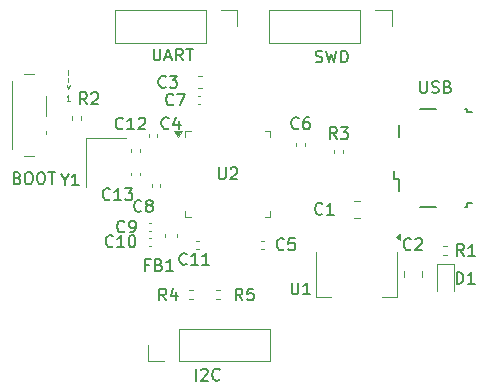
<source format=gbr>
%TF.GenerationSoftware,KiCad,Pcbnew,9.0.7*%
%TF.CreationDate,2026-02-01T18:49:21+05:30*%
%TF.ProjectId,stm32_Phils_lab,73746d33-325f-4506-9869-6c735f6c6162,rev?*%
%TF.SameCoordinates,Original*%
%TF.FileFunction,Legend,Top*%
%TF.FilePolarity,Positive*%
%FSLAX46Y46*%
G04 Gerber Fmt 4.6, Leading zero omitted, Abs format (unit mm)*
G04 Created by KiCad (PCBNEW 9.0.7) date 2026-02-01 18:49:21*
%MOMM*%
%LPD*%
G01*
G04 APERTURE LIST*
%ADD10C,0.100000*%
%ADD11C,0.200000*%
%ADD12C,0.150000*%
%ADD13C,0.120000*%
G04 APERTURE END LIST*
D10*
X83331866Y-78984836D02*
X83331866Y-79365789D01*
X83331866Y-79603884D02*
X83331866Y-79984837D01*
X83474723Y-80222932D02*
X83331866Y-80603885D01*
X83331866Y-80603885D02*
X83189009Y-80222932D01*
X83471741Y-81558609D02*
X83186027Y-81558609D01*
X83328884Y-81558609D02*
X83328884Y-81058609D01*
X83328884Y-81058609D02*
X83281265Y-81130038D01*
X83281265Y-81130038D02*
X83233646Y-81177657D01*
X83233646Y-81177657D02*
X83186027Y-81201466D01*
D11*
X113119673Y-79892219D02*
X113119673Y-80701742D01*
X113119673Y-80701742D02*
X113167292Y-80796980D01*
X113167292Y-80796980D02*
X113214911Y-80844600D01*
X113214911Y-80844600D02*
X113310149Y-80892219D01*
X113310149Y-80892219D02*
X113500625Y-80892219D01*
X113500625Y-80892219D02*
X113595863Y-80844600D01*
X113595863Y-80844600D02*
X113643482Y-80796980D01*
X113643482Y-80796980D02*
X113691101Y-80701742D01*
X113691101Y-80701742D02*
X113691101Y-79892219D01*
X114119673Y-80844600D02*
X114262530Y-80892219D01*
X114262530Y-80892219D02*
X114500625Y-80892219D01*
X114500625Y-80892219D02*
X114595863Y-80844600D01*
X114595863Y-80844600D02*
X114643482Y-80796980D01*
X114643482Y-80796980D02*
X114691101Y-80701742D01*
X114691101Y-80701742D02*
X114691101Y-80606504D01*
X114691101Y-80606504D02*
X114643482Y-80511266D01*
X114643482Y-80511266D02*
X114595863Y-80463647D01*
X114595863Y-80463647D02*
X114500625Y-80416028D01*
X114500625Y-80416028D02*
X114310149Y-80368409D01*
X114310149Y-80368409D02*
X114214911Y-80320790D01*
X114214911Y-80320790D02*
X114167292Y-80273171D01*
X114167292Y-80273171D02*
X114119673Y-80177933D01*
X114119673Y-80177933D02*
X114119673Y-80082695D01*
X114119673Y-80082695D02*
X114167292Y-79987457D01*
X114167292Y-79987457D02*
X114214911Y-79939838D01*
X114214911Y-79939838D02*
X114310149Y-79892219D01*
X114310149Y-79892219D02*
X114548244Y-79892219D01*
X114548244Y-79892219D02*
X114691101Y-79939838D01*
X115453006Y-80368409D02*
X115595863Y-80416028D01*
X115595863Y-80416028D02*
X115643482Y-80463647D01*
X115643482Y-80463647D02*
X115691101Y-80558885D01*
X115691101Y-80558885D02*
X115691101Y-80701742D01*
X115691101Y-80701742D02*
X115643482Y-80796980D01*
X115643482Y-80796980D02*
X115595863Y-80844600D01*
X115595863Y-80844600D02*
X115500625Y-80892219D01*
X115500625Y-80892219D02*
X115119673Y-80892219D01*
X115119673Y-80892219D02*
X115119673Y-79892219D01*
X115119673Y-79892219D02*
X115453006Y-79892219D01*
X115453006Y-79892219D02*
X115548244Y-79939838D01*
X115548244Y-79939838D02*
X115595863Y-79987457D01*
X115595863Y-79987457D02*
X115643482Y-80082695D01*
X115643482Y-80082695D02*
X115643482Y-80177933D01*
X115643482Y-80177933D02*
X115595863Y-80273171D01*
X115595863Y-80273171D02*
X115548244Y-80320790D01*
X115548244Y-80320790D02*
X115453006Y-80368409D01*
X115453006Y-80368409D02*
X115119673Y-80368409D01*
X94144673Y-105242219D02*
X94144673Y-104242219D01*
X94573244Y-104337457D02*
X94620863Y-104289838D01*
X94620863Y-104289838D02*
X94716101Y-104242219D01*
X94716101Y-104242219D02*
X94954196Y-104242219D01*
X94954196Y-104242219D02*
X95049434Y-104289838D01*
X95049434Y-104289838D02*
X95097053Y-104337457D01*
X95097053Y-104337457D02*
X95144672Y-104432695D01*
X95144672Y-104432695D02*
X95144672Y-104527933D01*
X95144672Y-104527933D02*
X95097053Y-104670790D01*
X95097053Y-104670790D02*
X94525625Y-105242219D01*
X94525625Y-105242219D02*
X95144672Y-105242219D01*
X96144672Y-105146980D02*
X96097053Y-105194600D01*
X96097053Y-105194600D02*
X95954196Y-105242219D01*
X95954196Y-105242219D02*
X95858958Y-105242219D01*
X95858958Y-105242219D02*
X95716101Y-105194600D01*
X95716101Y-105194600D02*
X95620863Y-105099361D01*
X95620863Y-105099361D02*
X95573244Y-105004123D01*
X95573244Y-105004123D02*
X95525625Y-104813647D01*
X95525625Y-104813647D02*
X95525625Y-104670790D01*
X95525625Y-104670790D02*
X95573244Y-104480314D01*
X95573244Y-104480314D02*
X95620863Y-104385076D01*
X95620863Y-104385076D02*
X95716101Y-104289838D01*
X95716101Y-104289838D02*
X95858958Y-104242219D01*
X95858958Y-104242219D02*
X95954196Y-104242219D01*
X95954196Y-104242219D02*
X96097053Y-104289838D01*
X96097053Y-104289838D02*
X96144672Y-104337457D01*
X79028006Y-88093409D02*
X79170863Y-88141028D01*
X79170863Y-88141028D02*
X79218482Y-88188647D01*
X79218482Y-88188647D02*
X79266101Y-88283885D01*
X79266101Y-88283885D02*
X79266101Y-88426742D01*
X79266101Y-88426742D02*
X79218482Y-88521980D01*
X79218482Y-88521980D02*
X79170863Y-88569600D01*
X79170863Y-88569600D02*
X79075625Y-88617219D01*
X79075625Y-88617219D02*
X78694673Y-88617219D01*
X78694673Y-88617219D02*
X78694673Y-87617219D01*
X78694673Y-87617219D02*
X79028006Y-87617219D01*
X79028006Y-87617219D02*
X79123244Y-87664838D01*
X79123244Y-87664838D02*
X79170863Y-87712457D01*
X79170863Y-87712457D02*
X79218482Y-87807695D01*
X79218482Y-87807695D02*
X79218482Y-87902933D01*
X79218482Y-87902933D02*
X79170863Y-87998171D01*
X79170863Y-87998171D02*
X79123244Y-88045790D01*
X79123244Y-88045790D02*
X79028006Y-88093409D01*
X79028006Y-88093409D02*
X78694673Y-88093409D01*
X79885149Y-87617219D02*
X80075625Y-87617219D01*
X80075625Y-87617219D02*
X80170863Y-87664838D01*
X80170863Y-87664838D02*
X80266101Y-87760076D01*
X80266101Y-87760076D02*
X80313720Y-87950552D01*
X80313720Y-87950552D02*
X80313720Y-88283885D01*
X80313720Y-88283885D02*
X80266101Y-88474361D01*
X80266101Y-88474361D02*
X80170863Y-88569600D01*
X80170863Y-88569600D02*
X80075625Y-88617219D01*
X80075625Y-88617219D02*
X79885149Y-88617219D01*
X79885149Y-88617219D02*
X79789911Y-88569600D01*
X79789911Y-88569600D02*
X79694673Y-88474361D01*
X79694673Y-88474361D02*
X79647054Y-88283885D01*
X79647054Y-88283885D02*
X79647054Y-87950552D01*
X79647054Y-87950552D02*
X79694673Y-87760076D01*
X79694673Y-87760076D02*
X79789911Y-87664838D01*
X79789911Y-87664838D02*
X79885149Y-87617219D01*
X80932768Y-87617219D02*
X81123244Y-87617219D01*
X81123244Y-87617219D02*
X81218482Y-87664838D01*
X81218482Y-87664838D02*
X81313720Y-87760076D01*
X81313720Y-87760076D02*
X81361339Y-87950552D01*
X81361339Y-87950552D02*
X81361339Y-88283885D01*
X81361339Y-88283885D02*
X81313720Y-88474361D01*
X81313720Y-88474361D02*
X81218482Y-88569600D01*
X81218482Y-88569600D02*
X81123244Y-88617219D01*
X81123244Y-88617219D02*
X80932768Y-88617219D01*
X80932768Y-88617219D02*
X80837530Y-88569600D01*
X80837530Y-88569600D02*
X80742292Y-88474361D01*
X80742292Y-88474361D02*
X80694673Y-88283885D01*
X80694673Y-88283885D02*
X80694673Y-87950552D01*
X80694673Y-87950552D02*
X80742292Y-87760076D01*
X80742292Y-87760076D02*
X80837530Y-87664838D01*
X80837530Y-87664838D02*
X80932768Y-87617219D01*
X81647054Y-87617219D02*
X82218482Y-87617219D01*
X81932768Y-88617219D02*
X81932768Y-87617219D01*
X90544673Y-77142219D02*
X90544673Y-77951742D01*
X90544673Y-77951742D02*
X90592292Y-78046980D01*
X90592292Y-78046980D02*
X90639911Y-78094600D01*
X90639911Y-78094600D02*
X90735149Y-78142219D01*
X90735149Y-78142219D02*
X90925625Y-78142219D01*
X90925625Y-78142219D02*
X91020863Y-78094600D01*
X91020863Y-78094600D02*
X91068482Y-78046980D01*
X91068482Y-78046980D02*
X91116101Y-77951742D01*
X91116101Y-77951742D02*
X91116101Y-77142219D01*
X91544673Y-77856504D02*
X92020863Y-77856504D01*
X91449435Y-78142219D02*
X91782768Y-77142219D01*
X91782768Y-77142219D02*
X92116101Y-78142219D01*
X93020863Y-78142219D02*
X92687530Y-77666028D01*
X92449435Y-78142219D02*
X92449435Y-77142219D01*
X92449435Y-77142219D02*
X92830387Y-77142219D01*
X92830387Y-77142219D02*
X92925625Y-77189838D01*
X92925625Y-77189838D02*
X92973244Y-77237457D01*
X92973244Y-77237457D02*
X93020863Y-77332695D01*
X93020863Y-77332695D02*
X93020863Y-77475552D01*
X93020863Y-77475552D02*
X92973244Y-77570790D01*
X92973244Y-77570790D02*
X92925625Y-77618409D01*
X92925625Y-77618409D02*
X92830387Y-77666028D01*
X92830387Y-77666028D02*
X92449435Y-77666028D01*
X93306578Y-77142219D02*
X93878006Y-77142219D01*
X93592292Y-78142219D02*
X93592292Y-77142219D01*
X104272054Y-78269600D02*
X104414911Y-78317219D01*
X104414911Y-78317219D02*
X104653006Y-78317219D01*
X104653006Y-78317219D02*
X104748244Y-78269600D01*
X104748244Y-78269600D02*
X104795863Y-78221980D01*
X104795863Y-78221980D02*
X104843482Y-78126742D01*
X104843482Y-78126742D02*
X104843482Y-78031504D01*
X104843482Y-78031504D02*
X104795863Y-77936266D01*
X104795863Y-77936266D02*
X104748244Y-77888647D01*
X104748244Y-77888647D02*
X104653006Y-77841028D01*
X104653006Y-77841028D02*
X104462530Y-77793409D01*
X104462530Y-77793409D02*
X104367292Y-77745790D01*
X104367292Y-77745790D02*
X104319673Y-77698171D01*
X104319673Y-77698171D02*
X104272054Y-77602933D01*
X104272054Y-77602933D02*
X104272054Y-77507695D01*
X104272054Y-77507695D02*
X104319673Y-77412457D01*
X104319673Y-77412457D02*
X104367292Y-77364838D01*
X104367292Y-77364838D02*
X104462530Y-77317219D01*
X104462530Y-77317219D02*
X104700625Y-77317219D01*
X104700625Y-77317219D02*
X104843482Y-77364838D01*
X105176816Y-77317219D02*
X105414911Y-78317219D01*
X105414911Y-78317219D02*
X105605387Y-77602933D01*
X105605387Y-77602933D02*
X105795863Y-78317219D01*
X105795863Y-78317219D02*
X106033959Y-77317219D01*
X106414911Y-78317219D02*
X106414911Y-77317219D01*
X106414911Y-77317219D02*
X106653006Y-77317219D01*
X106653006Y-77317219D02*
X106795863Y-77364838D01*
X106795863Y-77364838D02*
X106891101Y-77460076D01*
X106891101Y-77460076D02*
X106938720Y-77555314D01*
X106938720Y-77555314D02*
X106986339Y-77745790D01*
X106986339Y-77745790D02*
X106986339Y-77888647D01*
X106986339Y-77888647D02*
X106938720Y-78079123D01*
X106938720Y-78079123D02*
X106891101Y-78174361D01*
X106891101Y-78174361D02*
X106795863Y-78269600D01*
X106795863Y-78269600D02*
X106653006Y-78317219D01*
X106653006Y-78317219D02*
X106414911Y-78317219D01*
D12*
X83023809Y-88248628D02*
X83023809Y-88724819D01*
X82690476Y-87724819D02*
X83023809Y-88248628D01*
X83023809Y-88248628D02*
X83357142Y-87724819D01*
X84214285Y-88724819D02*
X83642857Y-88724819D01*
X83928571Y-88724819D02*
X83928571Y-87724819D01*
X83928571Y-87724819D02*
X83833333Y-87867676D01*
X83833333Y-87867676D02*
X83738095Y-87962914D01*
X83738095Y-87962914D02*
X83642857Y-88010533D01*
X96075595Y-87204819D02*
X96075595Y-88014342D01*
X96075595Y-88014342D02*
X96123214Y-88109580D01*
X96123214Y-88109580D02*
X96170833Y-88157200D01*
X96170833Y-88157200D02*
X96266071Y-88204819D01*
X96266071Y-88204819D02*
X96456547Y-88204819D01*
X96456547Y-88204819D02*
X96551785Y-88157200D01*
X96551785Y-88157200D02*
X96599404Y-88109580D01*
X96599404Y-88109580D02*
X96647023Y-88014342D01*
X96647023Y-88014342D02*
X96647023Y-87204819D01*
X97075595Y-87300057D02*
X97123214Y-87252438D01*
X97123214Y-87252438D02*
X97218452Y-87204819D01*
X97218452Y-87204819D02*
X97456547Y-87204819D01*
X97456547Y-87204819D02*
X97551785Y-87252438D01*
X97551785Y-87252438D02*
X97599404Y-87300057D01*
X97599404Y-87300057D02*
X97647023Y-87395295D01*
X97647023Y-87395295D02*
X97647023Y-87490533D01*
X97647023Y-87490533D02*
X97599404Y-87633390D01*
X97599404Y-87633390D02*
X97027976Y-88204819D01*
X97027976Y-88204819D02*
X97647023Y-88204819D01*
X102238095Y-96954819D02*
X102238095Y-97764342D01*
X102238095Y-97764342D02*
X102285714Y-97859580D01*
X102285714Y-97859580D02*
X102333333Y-97907200D01*
X102333333Y-97907200D02*
X102428571Y-97954819D01*
X102428571Y-97954819D02*
X102619047Y-97954819D01*
X102619047Y-97954819D02*
X102714285Y-97907200D01*
X102714285Y-97907200D02*
X102761904Y-97859580D01*
X102761904Y-97859580D02*
X102809523Y-97764342D01*
X102809523Y-97764342D02*
X102809523Y-96954819D01*
X103809523Y-97954819D02*
X103238095Y-97954819D01*
X103523809Y-97954819D02*
X103523809Y-96954819D01*
X103523809Y-96954819D02*
X103428571Y-97097676D01*
X103428571Y-97097676D02*
X103333333Y-97192914D01*
X103333333Y-97192914D02*
X103238095Y-97240533D01*
X98073333Y-98454819D02*
X97740000Y-97978628D01*
X97501905Y-98454819D02*
X97501905Y-97454819D01*
X97501905Y-97454819D02*
X97882857Y-97454819D01*
X97882857Y-97454819D02*
X97978095Y-97502438D01*
X97978095Y-97502438D02*
X98025714Y-97550057D01*
X98025714Y-97550057D02*
X98073333Y-97645295D01*
X98073333Y-97645295D02*
X98073333Y-97788152D01*
X98073333Y-97788152D02*
X98025714Y-97883390D01*
X98025714Y-97883390D02*
X97978095Y-97931009D01*
X97978095Y-97931009D02*
X97882857Y-97978628D01*
X97882857Y-97978628D02*
X97501905Y-97978628D01*
X98978095Y-97454819D02*
X98501905Y-97454819D01*
X98501905Y-97454819D02*
X98454286Y-97931009D01*
X98454286Y-97931009D02*
X98501905Y-97883390D01*
X98501905Y-97883390D02*
X98597143Y-97835771D01*
X98597143Y-97835771D02*
X98835238Y-97835771D01*
X98835238Y-97835771D02*
X98930476Y-97883390D01*
X98930476Y-97883390D02*
X98978095Y-97931009D01*
X98978095Y-97931009D02*
X99025714Y-98026247D01*
X99025714Y-98026247D02*
X99025714Y-98264342D01*
X99025714Y-98264342D02*
X98978095Y-98359580D01*
X98978095Y-98359580D02*
X98930476Y-98407200D01*
X98930476Y-98407200D02*
X98835238Y-98454819D01*
X98835238Y-98454819D02*
X98597143Y-98454819D01*
X98597143Y-98454819D02*
X98501905Y-98407200D01*
X98501905Y-98407200D02*
X98454286Y-98359580D01*
X91608333Y-98454819D02*
X91275000Y-97978628D01*
X91036905Y-98454819D02*
X91036905Y-97454819D01*
X91036905Y-97454819D02*
X91417857Y-97454819D01*
X91417857Y-97454819D02*
X91513095Y-97502438D01*
X91513095Y-97502438D02*
X91560714Y-97550057D01*
X91560714Y-97550057D02*
X91608333Y-97645295D01*
X91608333Y-97645295D02*
X91608333Y-97788152D01*
X91608333Y-97788152D02*
X91560714Y-97883390D01*
X91560714Y-97883390D02*
X91513095Y-97931009D01*
X91513095Y-97931009D02*
X91417857Y-97978628D01*
X91417857Y-97978628D02*
X91036905Y-97978628D01*
X92465476Y-97788152D02*
X92465476Y-98454819D01*
X92227381Y-97407200D02*
X91989286Y-98121485D01*
X91989286Y-98121485D02*
X92608333Y-98121485D01*
X106058333Y-84804819D02*
X105725000Y-84328628D01*
X105486905Y-84804819D02*
X105486905Y-83804819D01*
X105486905Y-83804819D02*
X105867857Y-83804819D01*
X105867857Y-83804819D02*
X105963095Y-83852438D01*
X105963095Y-83852438D02*
X106010714Y-83900057D01*
X106010714Y-83900057D02*
X106058333Y-83995295D01*
X106058333Y-83995295D02*
X106058333Y-84138152D01*
X106058333Y-84138152D02*
X106010714Y-84233390D01*
X106010714Y-84233390D02*
X105963095Y-84281009D01*
X105963095Y-84281009D02*
X105867857Y-84328628D01*
X105867857Y-84328628D02*
X105486905Y-84328628D01*
X106391667Y-83804819D02*
X107010714Y-83804819D01*
X107010714Y-83804819D02*
X106677381Y-84185771D01*
X106677381Y-84185771D02*
X106820238Y-84185771D01*
X106820238Y-84185771D02*
X106915476Y-84233390D01*
X106915476Y-84233390D02*
X106963095Y-84281009D01*
X106963095Y-84281009D02*
X107010714Y-84376247D01*
X107010714Y-84376247D02*
X107010714Y-84614342D01*
X107010714Y-84614342D02*
X106963095Y-84709580D01*
X106963095Y-84709580D02*
X106915476Y-84757200D01*
X106915476Y-84757200D02*
X106820238Y-84804819D01*
X106820238Y-84804819D02*
X106534524Y-84804819D01*
X106534524Y-84804819D02*
X106439286Y-84757200D01*
X106439286Y-84757200D02*
X106391667Y-84709580D01*
X84908333Y-81854819D02*
X84575000Y-81378628D01*
X84336905Y-81854819D02*
X84336905Y-80854819D01*
X84336905Y-80854819D02*
X84717857Y-80854819D01*
X84717857Y-80854819D02*
X84813095Y-80902438D01*
X84813095Y-80902438D02*
X84860714Y-80950057D01*
X84860714Y-80950057D02*
X84908333Y-81045295D01*
X84908333Y-81045295D02*
X84908333Y-81188152D01*
X84908333Y-81188152D02*
X84860714Y-81283390D01*
X84860714Y-81283390D02*
X84813095Y-81331009D01*
X84813095Y-81331009D02*
X84717857Y-81378628D01*
X84717857Y-81378628D02*
X84336905Y-81378628D01*
X85289286Y-80950057D02*
X85336905Y-80902438D01*
X85336905Y-80902438D02*
X85432143Y-80854819D01*
X85432143Y-80854819D02*
X85670238Y-80854819D01*
X85670238Y-80854819D02*
X85765476Y-80902438D01*
X85765476Y-80902438D02*
X85813095Y-80950057D01*
X85813095Y-80950057D02*
X85860714Y-81045295D01*
X85860714Y-81045295D02*
X85860714Y-81140533D01*
X85860714Y-81140533D02*
X85813095Y-81283390D01*
X85813095Y-81283390D02*
X85241667Y-81854819D01*
X85241667Y-81854819D02*
X85860714Y-81854819D01*
X116823333Y-94704819D02*
X116490000Y-94228628D01*
X116251905Y-94704819D02*
X116251905Y-93704819D01*
X116251905Y-93704819D02*
X116632857Y-93704819D01*
X116632857Y-93704819D02*
X116728095Y-93752438D01*
X116728095Y-93752438D02*
X116775714Y-93800057D01*
X116775714Y-93800057D02*
X116823333Y-93895295D01*
X116823333Y-93895295D02*
X116823333Y-94038152D01*
X116823333Y-94038152D02*
X116775714Y-94133390D01*
X116775714Y-94133390D02*
X116728095Y-94181009D01*
X116728095Y-94181009D02*
X116632857Y-94228628D01*
X116632857Y-94228628D02*
X116251905Y-94228628D01*
X117775714Y-94704819D02*
X117204286Y-94704819D01*
X117490000Y-94704819D02*
X117490000Y-93704819D01*
X117490000Y-93704819D02*
X117394762Y-93847676D01*
X117394762Y-93847676D02*
X117299524Y-93942914D01*
X117299524Y-93942914D02*
X117204286Y-93990533D01*
X90166666Y-95431009D02*
X89833333Y-95431009D01*
X89833333Y-95954819D02*
X89833333Y-94954819D01*
X89833333Y-94954819D02*
X90309523Y-94954819D01*
X91023809Y-95431009D02*
X91166666Y-95478628D01*
X91166666Y-95478628D02*
X91214285Y-95526247D01*
X91214285Y-95526247D02*
X91261904Y-95621485D01*
X91261904Y-95621485D02*
X91261904Y-95764342D01*
X91261904Y-95764342D02*
X91214285Y-95859580D01*
X91214285Y-95859580D02*
X91166666Y-95907200D01*
X91166666Y-95907200D02*
X91071428Y-95954819D01*
X91071428Y-95954819D02*
X90690476Y-95954819D01*
X90690476Y-95954819D02*
X90690476Y-94954819D01*
X90690476Y-94954819D02*
X91023809Y-94954819D01*
X91023809Y-94954819D02*
X91119047Y-95002438D01*
X91119047Y-95002438D02*
X91166666Y-95050057D01*
X91166666Y-95050057D02*
X91214285Y-95145295D01*
X91214285Y-95145295D02*
X91214285Y-95240533D01*
X91214285Y-95240533D02*
X91166666Y-95335771D01*
X91166666Y-95335771D02*
X91119047Y-95383390D01*
X91119047Y-95383390D02*
X91023809Y-95431009D01*
X91023809Y-95431009D02*
X90690476Y-95431009D01*
X92214285Y-95954819D02*
X91642857Y-95954819D01*
X91928571Y-95954819D02*
X91928571Y-94954819D01*
X91928571Y-94954819D02*
X91833333Y-95097676D01*
X91833333Y-95097676D02*
X91738095Y-95192914D01*
X91738095Y-95192914D02*
X91642857Y-95240533D01*
X116211905Y-97054819D02*
X116211905Y-96054819D01*
X116211905Y-96054819D02*
X116450000Y-96054819D01*
X116450000Y-96054819D02*
X116592857Y-96102438D01*
X116592857Y-96102438D02*
X116688095Y-96197676D01*
X116688095Y-96197676D02*
X116735714Y-96292914D01*
X116735714Y-96292914D02*
X116783333Y-96483390D01*
X116783333Y-96483390D02*
X116783333Y-96626247D01*
X116783333Y-96626247D02*
X116735714Y-96816723D01*
X116735714Y-96816723D02*
X116688095Y-96911961D01*
X116688095Y-96911961D02*
X116592857Y-97007200D01*
X116592857Y-97007200D02*
X116450000Y-97054819D01*
X116450000Y-97054819D02*
X116211905Y-97054819D01*
X117735714Y-97054819D02*
X117164286Y-97054819D01*
X117450000Y-97054819D02*
X117450000Y-96054819D01*
X117450000Y-96054819D02*
X117354762Y-96197676D01*
X117354762Y-96197676D02*
X117259524Y-96292914D01*
X117259524Y-96292914D02*
X117164286Y-96340533D01*
X86857142Y-89879580D02*
X86809523Y-89927200D01*
X86809523Y-89927200D02*
X86666666Y-89974819D01*
X86666666Y-89974819D02*
X86571428Y-89974819D01*
X86571428Y-89974819D02*
X86428571Y-89927200D01*
X86428571Y-89927200D02*
X86333333Y-89831961D01*
X86333333Y-89831961D02*
X86285714Y-89736723D01*
X86285714Y-89736723D02*
X86238095Y-89546247D01*
X86238095Y-89546247D02*
X86238095Y-89403390D01*
X86238095Y-89403390D02*
X86285714Y-89212914D01*
X86285714Y-89212914D02*
X86333333Y-89117676D01*
X86333333Y-89117676D02*
X86428571Y-89022438D01*
X86428571Y-89022438D02*
X86571428Y-88974819D01*
X86571428Y-88974819D02*
X86666666Y-88974819D01*
X86666666Y-88974819D02*
X86809523Y-89022438D01*
X86809523Y-89022438D02*
X86857142Y-89070057D01*
X87809523Y-89974819D02*
X87238095Y-89974819D01*
X87523809Y-89974819D02*
X87523809Y-88974819D01*
X87523809Y-88974819D02*
X87428571Y-89117676D01*
X87428571Y-89117676D02*
X87333333Y-89212914D01*
X87333333Y-89212914D02*
X87238095Y-89260533D01*
X88142857Y-88974819D02*
X88761904Y-88974819D01*
X88761904Y-88974819D02*
X88428571Y-89355771D01*
X88428571Y-89355771D02*
X88571428Y-89355771D01*
X88571428Y-89355771D02*
X88666666Y-89403390D01*
X88666666Y-89403390D02*
X88714285Y-89451009D01*
X88714285Y-89451009D02*
X88761904Y-89546247D01*
X88761904Y-89546247D02*
X88761904Y-89784342D01*
X88761904Y-89784342D02*
X88714285Y-89879580D01*
X88714285Y-89879580D02*
X88666666Y-89927200D01*
X88666666Y-89927200D02*
X88571428Y-89974819D01*
X88571428Y-89974819D02*
X88285714Y-89974819D01*
X88285714Y-89974819D02*
X88190476Y-89927200D01*
X88190476Y-89927200D02*
X88142857Y-89879580D01*
X87957142Y-83884580D02*
X87909523Y-83932200D01*
X87909523Y-83932200D02*
X87766666Y-83979819D01*
X87766666Y-83979819D02*
X87671428Y-83979819D01*
X87671428Y-83979819D02*
X87528571Y-83932200D01*
X87528571Y-83932200D02*
X87433333Y-83836961D01*
X87433333Y-83836961D02*
X87385714Y-83741723D01*
X87385714Y-83741723D02*
X87338095Y-83551247D01*
X87338095Y-83551247D02*
X87338095Y-83408390D01*
X87338095Y-83408390D02*
X87385714Y-83217914D01*
X87385714Y-83217914D02*
X87433333Y-83122676D01*
X87433333Y-83122676D02*
X87528571Y-83027438D01*
X87528571Y-83027438D02*
X87671428Y-82979819D01*
X87671428Y-82979819D02*
X87766666Y-82979819D01*
X87766666Y-82979819D02*
X87909523Y-83027438D01*
X87909523Y-83027438D02*
X87957142Y-83075057D01*
X88909523Y-83979819D02*
X88338095Y-83979819D01*
X88623809Y-83979819D02*
X88623809Y-82979819D01*
X88623809Y-82979819D02*
X88528571Y-83122676D01*
X88528571Y-83122676D02*
X88433333Y-83217914D01*
X88433333Y-83217914D02*
X88338095Y-83265533D01*
X89290476Y-83075057D02*
X89338095Y-83027438D01*
X89338095Y-83027438D02*
X89433333Y-82979819D01*
X89433333Y-82979819D02*
X89671428Y-82979819D01*
X89671428Y-82979819D02*
X89766666Y-83027438D01*
X89766666Y-83027438D02*
X89814285Y-83075057D01*
X89814285Y-83075057D02*
X89861904Y-83170295D01*
X89861904Y-83170295D02*
X89861904Y-83265533D01*
X89861904Y-83265533D02*
X89814285Y-83408390D01*
X89814285Y-83408390D02*
X89242857Y-83979819D01*
X89242857Y-83979819D02*
X89861904Y-83979819D01*
X93357142Y-95359580D02*
X93309523Y-95407200D01*
X93309523Y-95407200D02*
X93166666Y-95454819D01*
X93166666Y-95454819D02*
X93071428Y-95454819D01*
X93071428Y-95454819D02*
X92928571Y-95407200D01*
X92928571Y-95407200D02*
X92833333Y-95311961D01*
X92833333Y-95311961D02*
X92785714Y-95216723D01*
X92785714Y-95216723D02*
X92738095Y-95026247D01*
X92738095Y-95026247D02*
X92738095Y-94883390D01*
X92738095Y-94883390D02*
X92785714Y-94692914D01*
X92785714Y-94692914D02*
X92833333Y-94597676D01*
X92833333Y-94597676D02*
X92928571Y-94502438D01*
X92928571Y-94502438D02*
X93071428Y-94454819D01*
X93071428Y-94454819D02*
X93166666Y-94454819D01*
X93166666Y-94454819D02*
X93309523Y-94502438D01*
X93309523Y-94502438D02*
X93357142Y-94550057D01*
X94309523Y-95454819D02*
X93738095Y-95454819D01*
X94023809Y-95454819D02*
X94023809Y-94454819D01*
X94023809Y-94454819D02*
X93928571Y-94597676D01*
X93928571Y-94597676D02*
X93833333Y-94692914D01*
X93833333Y-94692914D02*
X93738095Y-94740533D01*
X95261904Y-95454819D02*
X94690476Y-95454819D01*
X94976190Y-95454819D02*
X94976190Y-94454819D01*
X94976190Y-94454819D02*
X94880952Y-94597676D01*
X94880952Y-94597676D02*
X94785714Y-94692914D01*
X94785714Y-94692914D02*
X94690476Y-94740533D01*
X87107142Y-93859580D02*
X87059523Y-93907200D01*
X87059523Y-93907200D02*
X86916666Y-93954819D01*
X86916666Y-93954819D02*
X86821428Y-93954819D01*
X86821428Y-93954819D02*
X86678571Y-93907200D01*
X86678571Y-93907200D02*
X86583333Y-93811961D01*
X86583333Y-93811961D02*
X86535714Y-93716723D01*
X86535714Y-93716723D02*
X86488095Y-93526247D01*
X86488095Y-93526247D02*
X86488095Y-93383390D01*
X86488095Y-93383390D02*
X86535714Y-93192914D01*
X86535714Y-93192914D02*
X86583333Y-93097676D01*
X86583333Y-93097676D02*
X86678571Y-93002438D01*
X86678571Y-93002438D02*
X86821428Y-92954819D01*
X86821428Y-92954819D02*
X86916666Y-92954819D01*
X86916666Y-92954819D02*
X87059523Y-93002438D01*
X87059523Y-93002438D02*
X87107142Y-93050057D01*
X88059523Y-93954819D02*
X87488095Y-93954819D01*
X87773809Y-93954819D02*
X87773809Y-92954819D01*
X87773809Y-92954819D02*
X87678571Y-93097676D01*
X87678571Y-93097676D02*
X87583333Y-93192914D01*
X87583333Y-93192914D02*
X87488095Y-93240533D01*
X88678571Y-92954819D02*
X88773809Y-92954819D01*
X88773809Y-92954819D02*
X88869047Y-93002438D01*
X88869047Y-93002438D02*
X88916666Y-93050057D01*
X88916666Y-93050057D02*
X88964285Y-93145295D01*
X88964285Y-93145295D02*
X89011904Y-93335771D01*
X89011904Y-93335771D02*
X89011904Y-93573866D01*
X89011904Y-93573866D02*
X88964285Y-93764342D01*
X88964285Y-93764342D02*
X88916666Y-93859580D01*
X88916666Y-93859580D02*
X88869047Y-93907200D01*
X88869047Y-93907200D02*
X88773809Y-93954819D01*
X88773809Y-93954819D02*
X88678571Y-93954819D01*
X88678571Y-93954819D02*
X88583333Y-93907200D01*
X88583333Y-93907200D02*
X88535714Y-93859580D01*
X88535714Y-93859580D02*
X88488095Y-93764342D01*
X88488095Y-93764342D02*
X88440476Y-93573866D01*
X88440476Y-93573866D02*
X88440476Y-93335771D01*
X88440476Y-93335771D02*
X88488095Y-93145295D01*
X88488095Y-93145295D02*
X88535714Y-93050057D01*
X88535714Y-93050057D02*
X88583333Y-93002438D01*
X88583333Y-93002438D02*
X88678571Y-92954819D01*
X88083333Y-92609580D02*
X88035714Y-92657200D01*
X88035714Y-92657200D02*
X87892857Y-92704819D01*
X87892857Y-92704819D02*
X87797619Y-92704819D01*
X87797619Y-92704819D02*
X87654762Y-92657200D01*
X87654762Y-92657200D02*
X87559524Y-92561961D01*
X87559524Y-92561961D02*
X87511905Y-92466723D01*
X87511905Y-92466723D02*
X87464286Y-92276247D01*
X87464286Y-92276247D02*
X87464286Y-92133390D01*
X87464286Y-92133390D02*
X87511905Y-91942914D01*
X87511905Y-91942914D02*
X87559524Y-91847676D01*
X87559524Y-91847676D02*
X87654762Y-91752438D01*
X87654762Y-91752438D02*
X87797619Y-91704819D01*
X87797619Y-91704819D02*
X87892857Y-91704819D01*
X87892857Y-91704819D02*
X88035714Y-91752438D01*
X88035714Y-91752438D02*
X88083333Y-91800057D01*
X88559524Y-92704819D02*
X88750000Y-92704819D01*
X88750000Y-92704819D02*
X88845238Y-92657200D01*
X88845238Y-92657200D02*
X88892857Y-92609580D01*
X88892857Y-92609580D02*
X88988095Y-92466723D01*
X88988095Y-92466723D02*
X89035714Y-92276247D01*
X89035714Y-92276247D02*
X89035714Y-91895295D01*
X89035714Y-91895295D02*
X88988095Y-91800057D01*
X88988095Y-91800057D02*
X88940476Y-91752438D01*
X88940476Y-91752438D02*
X88845238Y-91704819D01*
X88845238Y-91704819D02*
X88654762Y-91704819D01*
X88654762Y-91704819D02*
X88559524Y-91752438D01*
X88559524Y-91752438D02*
X88511905Y-91800057D01*
X88511905Y-91800057D02*
X88464286Y-91895295D01*
X88464286Y-91895295D02*
X88464286Y-92133390D01*
X88464286Y-92133390D02*
X88511905Y-92228628D01*
X88511905Y-92228628D02*
X88559524Y-92276247D01*
X88559524Y-92276247D02*
X88654762Y-92323866D01*
X88654762Y-92323866D02*
X88845238Y-92323866D01*
X88845238Y-92323866D02*
X88940476Y-92276247D01*
X88940476Y-92276247D02*
X88988095Y-92228628D01*
X88988095Y-92228628D02*
X89035714Y-92133390D01*
X89508333Y-90859580D02*
X89460714Y-90907200D01*
X89460714Y-90907200D02*
X89317857Y-90954819D01*
X89317857Y-90954819D02*
X89222619Y-90954819D01*
X89222619Y-90954819D02*
X89079762Y-90907200D01*
X89079762Y-90907200D02*
X88984524Y-90811961D01*
X88984524Y-90811961D02*
X88936905Y-90716723D01*
X88936905Y-90716723D02*
X88889286Y-90526247D01*
X88889286Y-90526247D02*
X88889286Y-90383390D01*
X88889286Y-90383390D02*
X88936905Y-90192914D01*
X88936905Y-90192914D02*
X88984524Y-90097676D01*
X88984524Y-90097676D02*
X89079762Y-90002438D01*
X89079762Y-90002438D02*
X89222619Y-89954819D01*
X89222619Y-89954819D02*
X89317857Y-89954819D01*
X89317857Y-89954819D02*
X89460714Y-90002438D01*
X89460714Y-90002438D02*
X89508333Y-90050057D01*
X90079762Y-90383390D02*
X89984524Y-90335771D01*
X89984524Y-90335771D02*
X89936905Y-90288152D01*
X89936905Y-90288152D02*
X89889286Y-90192914D01*
X89889286Y-90192914D02*
X89889286Y-90145295D01*
X89889286Y-90145295D02*
X89936905Y-90050057D01*
X89936905Y-90050057D02*
X89984524Y-90002438D01*
X89984524Y-90002438D02*
X90079762Y-89954819D01*
X90079762Y-89954819D02*
X90270238Y-89954819D01*
X90270238Y-89954819D02*
X90365476Y-90002438D01*
X90365476Y-90002438D02*
X90413095Y-90050057D01*
X90413095Y-90050057D02*
X90460714Y-90145295D01*
X90460714Y-90145295D02*
X90460714Y-90192914D01*
X90460714Y-90192914D02*
X90413095Y-90288152D01*
X90413095Y-90288152D02*
X90365476Y-90335771D01*
X90365476Y-90335771D02*
X90270238Y-90383390D01*
X90270238Y-90383390D02*
X90079762Y-90383390D01*
X90079762Y-90383390D02*
X89984524Y-90431009D01*
X89984524Y-90431009D02*
X89936905Y-90478628D01*
X89936905Y-90478628D02*
X89889286Y-90573866D01*
X89889286Y-90573866D02*
X89889286Y-90764342D01*
X89889286Y-90764342D02*
X89936905Y-90859580D01*
X89936905Y-90859580D02*
X89984524Y-90907200D01*
X89984524Y-90907200D02*
X90079762Y-90954819D01*
X90079762Y-90954819D02*
X90270238Y-90954819D01*
X90270238Y-90954819D02*
X90365476Y-90907200D01*
X90365476Y-90907200D02*
X90413095Y-90859580D01*
X90413095Y-90859580D02*
X90460714Y-90764342D01*
X90460714Y-90764342D02*
X90460714Y-90573866D01*
X90460714Y-90573866D02*
X90413095Y-90478628D01*
X90413095Y-90478628D02*
X90365476Y-90431009D01*
X90365476Y-90431009D02*
X90270238Y-90383390D01*
X92233333Y-81859580D02*
X92185714Y-81907200D01*
X92185714Y-81907200D02*
X92042857Y-81954819D01*
X92042857Y-81954819D02*
X91947619Y-81954819D01*
X91947619Y-81954819D02*
X91804762Y-81907200D01*
X91804762Y-81907200D02*
X91709524Y-81811961D01*
X91709524Y-81811961D02*
X91661905Y-81716723D01*
X91661905Y-81716723D02*
X91614286Y-81526247D01*
X91614286Y-81526247D02*
X91614286Y-81383390D01*
X91614286Y-81383390D02*
X91661905Y-81192914D01*
X91661905Y-81192914D02*
X91709524Y-81097676D01*
X91709524Y-81097676D02*
X91804762Y-81002438D01*
X91804762Y-81002438D02*
X91947619Y-80954819D01*
X91947619Y-80954819D02*
X92042857Y-80954819D01*
X92042857Y-80954819D02*
X92185714Y-81002438D01*
X92185714Y-81002438D02*
X92233333Y-81050057D01*
X92566667Y-80954819D02*
X93233333Y-80954819D01*
X93233333Y-80954819D02*
X92804762Y-81954819D01*
X102833333Y-83859580D02*
X102785714Y-83907200D01*
X102785714Y-83907200D02*
X102642857Y-83954819D01*
X102642857Y-83954819D02*
X102547619Y-83954819D01*
X102547619Y-83954819D02*
X102404762Y-83907200D01*
X102404762Y-83907200D02*
X102309524Y-83811961D01*
X102309524Y-83811961D02*
X102261905Y-83716723D01*
X102261905Y-83716723D02*
X102214286Y-83526247D01*
X102214286Y-83526247D02*
X102214286Y-83383390D01*
X102214286Y-83383390D02*
X102261905Y-83192914D01*
X102261905Y-83192914D02*
X102309524Y-83097676D01*
X102309524Y-83097676D02*
X102404762Y-83002438D01*
X102404762Y-83002438D02*
X102547619Y-82954819D01*
X102547619Y-82954819D02*
X102642857Y-82954819D01*
X102642857Y-82954819D02*
X102785714Y-83002438D01*
X102785714Y-83002438D02*
X102833333Y-83050057D01*
X103690476Y-82954819D02*
X103500000Y-82954819D01*
X103500000Y-82954819D02*
X103404762Y-83002438D01*
X103404762Y-83002438D02*
X103357143Y-83050057D01*
X103357143Y-83050057D02*
X103261905Y-83192914D01*
X103261905Y-83192914D02*
X103214286Y-83383390D01*
X103214286Y-83383390D02*
X103214286Y-83764342D01*
X103214286Y-83764342D02*
X103261905Y-83859580D01*
X103261905Y-83859580D02*
X103309524Y-83907200D01*
X103309524Y-83907200D02*
X103404762Y-83954819D01*
X103404762Y-83954819D02*
X103595238Y-83954819D01*
X103595238Y-83954819D02*
X103690476Y-83907200D01*
X103690476Y-83907200D02*
X103738095Y-83859580D01*
X103738095Y-83859580D02*
X103785714Y-83764342D01*
X103785714Y-83764342D02*
X103785714Y-83526247D01*
X103785714Y-83526247D02*
X103738095Y-83431009D01*
X103738095Y-83431009D02*
X103690476Y-83383390D01*
X103690476Y-83383390D02*
X103595238Y-83335771D01*
X103595238Y-83335771D02*
X103404762Y-83335771D01*
X103404762Y-83335771D02*
X103309524Y-83383390D01*
X103309524Y-83383390D02*
X103261905Y-83431009D01*
X103261905Y-83431009D02*
X103214286Y-83526247D01*
X101583333Y-94109580D02*
X101535714Y-94157200D01*
X101535714Y-94157200D02*
X101392857Y-94204819D01*
X101392857Y-94204819D02*
X101297619Y-94204819D01*
X101297619Y-94204819D02*
X101154762Y-94157200D01*
X101154762Y-94157200D02*
X101059524Y-94061961D01*
X101059524Y-94061961D02*
X101011905Y-93966723D01*
X101011905Y-93966723D02*
X100964286Y-93776247D01*
X100964286Y-93776247D02*
X100964286Y-93633390D01*
X100964286Y-93633390D02*
X101011905Y-93442914D01*
X101011905Y-93442914D02*
X101059524Y-93347676D01*
X101059524Y-93347676D02*
X101154762Y-93252438D01*
X101154762Y-93252438D02*
X101297619Y-93204819D01*
X101297619Y-93204819D02*
X101392857Y-93204819D01*
X101392857Y-93204819D02*
X101535714Y-93252438D01*
X101535714Y-93252438D02*
X101583333Y-93300057D01*
X102488095Y-93204819D02*
X102011905Y-93204819D01*
X102011905Y-93204819D02*
X101964286Y-93681009D01*
X101964286Y-93681009D02*
X102011905Y-93633390D01*
X102011905Y-93633390D02*
X102107143Y-93585771D01*
X102107143Y-93585771D02*
X102345238Y-93585771D01*
X102345238Y-93585771D02*
X102440476Y-93633390D01*
X102440476Y-93633390D02*
X102488095Y-93681009D01*
X102488095Y-93681009D02*
X102535714Y-93776247D01*
X102535714Y-93776247D02*
X102535714Y-94014342D01*
X102535714Y-94014342D02*
X102488095Y-94109580D01*
X102488095Y-94109580D02*
X102440476Y-94157200D01*
X102440476Y-94157200D02*
X102345238Y-94204819D01*
X102345238Y-94204819D02*
X102107143Y-94204819D01*
X102107143Y-94204819D02*
X102011905Y-94157200D01*
X102011905Y-94157200D02*
X101964286Y-94109580D01*
X91833333Y-83859580D02*
X91785714Y-83907200D01*
X91785714Y-83907200D02*
X91642857Y-83954819D01*
X91642857Y-83954819D02*
X91547619Y-83954819D01*
X91547619Y-83954819D02*
X91404762Y-83907200D01*
X91404762Y-83907200D02*
X91309524Y-83811961D01*
X91309524Y-83811961D02*
X91261905Y-83716723D01*
X91261905Y-83716723D02*
X91214286Y-83526247D01*
X91214286Y-83526247D02*
X91214286Y-83383390D01*
X91214286Y-83383390D02*
X91261905Y-83192914D01*
X91261905Y-83192914D02*
X91309524Y-83097676D01*
X91309524Y-83097676D02*
X91404762Y-83002438D01*
X91404762Y-83002438D02*
X91547619Y-82954819D01*
X91547619Y-82954819D02*
X91642857Y-82954819D01*
X91642857Y-82954819D02*
X91785714Y-83002438D01*
X91785714Y-83002438D02*
X91833333Y-83050057D01*
X92690476Y-83288152D02*
X92690476Y-83954819D01*
X92452381Y-82907200D02*
X92214286Y-83621485D01*
X92214286Y-83621485D02*
X92833333Y-83621485D01*
X91583333Y-80359580D02*
X91535714Y-80407200D01*
X91535714Y-80407200D02*
X91392857Y-80454819D01*
X91392857Y-80454819D02*
X91297619Y-80454819D01*
X91297619Y-80454819D02*
X91154762Y-80407200D01*
X91154762Y-80407200D02*
X91059524Y-80311961D01*
X91059524Y-80311961D02*
X91011905Y-80216723D01*
X91011905Y-80216723D02*
X90964286Y-80026247D01*
X90964286Y-80026247D02*
X90964286Y-79883390D01*
X90964286Y-79883390D02*
X91011905Y-79692914D01*
X91011905Y-79692914D02*
X91059524Y-79597676D01*
X91059524Y-79597676D02*
X91154762Y-79502438D01*
X91154762Y-79502438D02*
X91297619Y-79454819D01*
X91297619Y-79454819D02*
X91392857Y-79454819D01*
X91392857Y-79454819D02*
X91535714Y-79502438D01*
X91535714Y-79502438D02*
X91583333Y-79550057D01*
X91916667Y-79454819D02*
X92535714Y-79454819D01*
X92535714Y-79454819D02*
X92202381Y-79835771D01*
X92202381Y-79835771D02*
X92345238Y-79835771D01*
X92345238Y-79835771D02*
X92440476Y-79883390D01*
X92440476Y-79883390D02*
X92488095Y-79931009D01*
X92488095Y-79931009D02*
X92535714Y-80026247D01*
X92535714Y-80026247D02*
X92535714Y-80264342D01*
X92535714Y-80264342D02*
X92488095Y-80359580D01*
X92488095Y-80359580D02*
X92440476Y-80407200D01*
X92440476Y-80407200D02*
X92345238Y-80454819D01*
X92345238Y-80454819D02*
X92059524Y-80454819D01*
X92059524Y-80454819D02*
X91964286Y-80407200D01*
X91964286Y-80407200D02*
X91916667Y-80359580D01*
X112333333Y-94109580D02*
X112285714Y-94157200D01*
X112285714Y-94157200D02*
X112142857Y-94204819D01*
X112142857Y-94204819D02*
X112047619Y-94204819D01*
X112047619Y-94204819D02*
X111904762Y-94157200D01*
X111904762Y-94157200D02*
X111809524Y-94061961D01*
X111809524Y-94061961D02*
X111761905Y-93966723D01*
X111761905Y-93966723D02*
X111714286Y-93776247D01*
X111714286Y-93776247D02*
X111714286Y-93633390D01*
X111714286Y-93633390D02*
X111761905Y-93442914D01*
X111761905Y-93442914D02*
X111809524Y-93347676D01*
X111809524Y-93347676D02*
X111904762Y-93252438D01*
X111904762Y-93252438D02*
X112047619Y-93204819D01*
X112047619Y-93204819D02*
X112142857Y-93204819D01*
X112142857Y-93204819D02*
X112285714Y-93252438D01*
X112285714Y-93252438D02*
X112333333Y-93300057D01*
X112714286Y-93300057D02*
X112761905Y-93252438D01*
X112761905Y-93252438D02*
X112857143Y-93204819D01*
X112857143Y-93204819D02*
X113095238Y-93204819D01*
X113095238Y-93204819D02*
X113190476Y-93252438D01*
X113190476Y-93252438D02*
X113238095Y-93300057D01*
X113238095Y-93300057D02*
X113285714Y-93395295D01*
X113285714Y-93395295D02*
X113285714Y-93490533D01*
X113285714Y-93490533D02*
X113238095Y-93633390D01*
X113238095Y-93633390D02*
X112666667Y-94204819D01*
X112666667Y-94204819D02*
X113285714Y-94204819D01*
X104833333Y-91109580D02*
X104785714Y-91157200D01*
X104785714Y-91157200D02*
X104642857Y-91204819D01*
X104642857Y-91204819D02*
X104547619Y-91204819D01*
X104547619Y-91204819D02*
X104404762Y-91157200D01*
X104404762Y-91157200D02*
X104309524Y-91061961D01*
X104309524Y-91061961D02*
X104261905Y-90966723D01*
X104261905Y-90966723D02*
X104214286Y-90776247D01*
X104214286Y-90776247D02*
X104214286Y-90633390D01*
X104214286Y-90633390D02*
X104261905Y-90442914D01*
X104261905Y-90442914D02*
X104309524Y-90347676D01*
X104309524Y-90347676D02*
X104404762Y-90252438D01*
X104404762Y-90252438D02*
X104547619Y-90204819D01*
X104547619Y-90204819D02*
X104642857Y-90204819D01*
X104642857Y-90204819D02*
X104785714Y-90252438D01*
X104785714Y-90252438D02*
X104833333Y-90300057D01*
X105785714Y-91204819D02*
X105214286Y-91204819D01*
X105500000Y-91204819D02*
X105500000Y-90204819D01*
X105500000Y-90204819D02*
X105404762Y-90347676D01*
X105404762Y-90347676D02*
X105309524Y-90442914D01*
X105309524Y-90442914D02*
X105214286Y-90490533D01*
D13*
%TO.C,SW1*%
X79600000Y-86200000D02*
X80390000Y-86200000D01*
X81440000Y-84150000D02*
X81440000Y-84350000D01*
X81440000Y-81150000D02*
X81440000Y-82850000D01*
X78590000Y-79900000D02*
X78590000Y-85600000D01*
X80390000Y-79300000D02*
X79600000Y-79300000D01*
%TO.C,Y1*%
X88210000Y-84710000D02*
X84790000Y-84710000D01*
X84790000Y-84710000D02*
X84790000Y-88830000D01*
%TO.C,U2*%
X93227500Y-84140000D02*
X93677500Y-84140000D01*
X93227500Y-84590000D02*
X93227500Y-84140000D01*
X93227500Y-91360000D02*
X93227500Y-90910000D01*
X93677500Y-91360000D02*
X93227500Y-91360000D01*
X99997500Y-84140000D02*
X100447500Y-84140000D01*
X100447500Y-84140000D02*
X100447500Y-84590000D01*
X100447500Y-90910000D02*
X100447500Y-91360000D01*
X100447500Y-91360000D02*
X99997500Y-91360000D01*
X92587500Y-84590000D02*
X92247500Y-84120000D01*
X92927500Y-84120000D01*
X92587500Y-84590000D01*
G36*
X92587500Y-84590000D02*
G01*
X92247500Y-84120000D01*
X92927500Y-84120000D01*
X92587500Y-84590000D01*
G37*
%TO.C,U1*%
X111160000Y-94400000D02*
X111160000Y-98160000D01*
X104340000Y-94400000D02*
X104340000Y-98160000D01*
X111160000Y-98160000D02*
X109900000Y-98160000D01*
X104340000Y-98160000D02*
X105600000Y-98160000D01*
X111390000Y-93360000D02*
X111060000Y-93120000D01*
X111390000Y-92880000D01*
X111390000Y-93360000D01*
G36*
X111390000Y-93360000D02*
G01*
X111060000Y-93120000D01*
X111390000Y-92880000D01*
X111390000Y-93360000D01*
G37*
%TO.C,R5*%
X95836359Y-97620000D02*
X96143641Y-97620000D01*
X95836359Y-98380000D02*
X96143641Y-98380000D01*
%TO.C,R4*%
X93893641Y-98380000D02*
X93586359Y-98380000D01*
X93893641Y-97620000D02*
X93586359Y-97620000D01*
%TO.C,R3*%
X105845000Y-86003641D02*
X105845000Y-85696359D01*
X106605000Y-86003641D02*
X106605000Y-85696359D01*
%TO.C,R2*%
X83620000Y-83153641D02*
X83620000Y-82846359D01*
X84380000Y-83153641D02*
X84380000Y-82846359D01*
%TO.C,R1*%
X115086359Y-93870000D02*
X115393641Y-93870000D01*
X115086359Y-94630000D02*
X115393641Y-94630000D01*
%TO.C,J4*%
X90060000Y-103630000D02*
X90060000Y-102250000D01*
X91440000Y-103630000D02*
X90060000Y-103630000D01*
X92710000Y-103630000D02*
X100440000Y-103630000D01*
X92710000Y-103630000D02*
X92710000Y-100870000D01*
X100440000Y-103630000D02*
X100440000Y-100870000D01*
X92710000Y-100870000D02*
X100440000Y-100870000D01*
%TO.C,J3*%
X110710000Y-73870000D02*
X110710000Y-75250000D01*
X109330000Y-73870000D02*
X110710000Y-73870000D01*
X108060000Y-73870000D02*
X100330000Y-73870000D01*
X108060000Y-73870000D02*
X108060000Y-76630000D01*
X100330000Y-73870000D02*
X100330000Y-76630000D01*
X108060000Y-76630000D02*
X100330000Y-76630000D01*
%TO.C,J2*%
X97630000Y-73870000D02*
X97630000Y-75250000D01*
X96250000Y-73870000D02*
X97630000Y-73870000D01*
X94980000Y-73870000D02*
X87250000Y-73870000D01*
X94980000Y-73870000D02*
X94980000Y-76630000D01*
X87250000Y-73870000D02*
X87250000Y-76630000D01*
X94980000Y-76630000D02*
X87250000Y-76630000D01*
D12*
%TO.C,J1*%
X113100000Y-90550000D02*
X114500000Y-90550000D01*
X116900000Y-90550000D02*
X117050000Y-90550000D01*
X117050000Y-90550000D02*
X117050000Y-90250000D01*
X117050000Y-90250000D02*
X117500000Y-90250000D01*
X110925000Y-88200000D02*
X111350000Y-88200000D01*
X111350000Y-88200000D02*
X111350000Y-89200000D01*
X110925000Y-87475000D02*
X110925000Y-88200000D01*
X111350000Y-84600000D02*
X111350000Y-83600000D01*
X117050000Y-82550000D02*
X117050000Y-82250000D01*
X117500000Y-82550000D02*
X117050000Y-82550000D01*
X114500000Y-82250000D02*
X113100000Y-82250000D01*
X117050000Y-82250000D02*
X116900000Y-82250000D01*
D13*
%TO.C,FB1*%
X92510000Y-92799721D02*
X92510000Y-93125279D01*
X91490000Y-92799721D02*
X91490000Y-93125279D01*
%TO.C,D1*%
X115985000Y-95365000D02*
X114515000Y-95365000D01*
X114515000Y-95365000D02*
X114515000Y-97650000D01*
X115985000Y-97650000D02*
X115985000Y-95365000D01*
%TO.C,C13*%
X88640000Y-87857836D02*
X88640000Y-87642164D01*
X89360000Y-87857836D02*
X89360000Y-87642164D01*
%TO.C,C12*%
X88640000Y-85877836D02*
X88640000Y-85662164D01*
X89360000Y-85877836D02*
X89360000Y-85662164D01*
%TO.C,C11*%
X94142164Y-93390000D02*
X94357836Y-93390000D01*
X94142164Y-94110000D02*
X94357836Y-94110000D01*
%TO.C,C10*%
X90357836Y-93860000D02*
X90142164Y-93860000D01*
X90357836Y-93140000D02*
X90142164Y-93140000D01*
%TO.C,C9*%
X90357836Y-92610000D02*
X90142164Y-92610000D01*
X90357836Y-91890000D02*
X90142164Y-91890000D01*
%TO.C,C8*%
X90390000Y-88857836D02*
X90390000Y-88642164D01*
X91110000Y-88857836D02*
X91110000Y-88642164D01*
%TO.C,C7*%
X94292164Y-81860000D02*
X94507836Y-81860000D01*
X94292164Y-81140000D02*
X94507836Y-81140000D01*
%TO.C,C6*%
X103360000Y-85142164D02*
X103360000Y-85357836D01*
X102640000Y-85142164D02*
X102640000Y-85357836D01*
%TO.C,C5*%
X99857836Y-94110000D02*
X99642164Y-94110000D01*
X99857836Y-93390000D02*
X99642164Y-93390000D01*
%TO.C,C4*%
X90140000Y-84607836D02*
X90140000Y-84392164D01*
X90860000Y-84607836D02*
X90860000Y-84392164D01*
%TO.C,C3*%
X94334420Y-79490000D02*
X94615580Y-79490000D01*
X94334420Y-80510000D02*
X94615580Y-80510000D01*
%TO.C,C2*%
X111765000Y-96511252D02*
X111765000Y-95988748D01*
X113235000Y-96511252D02*
X113235000Y-95988748D01*
%TO.C,C1*%
X107488748Y-90015000D02*
X108011252Y-90015000D01*
X107488748Y-91485000D02*
X108011252Y-91485000D01*
%TD*%
M02*

</source>
